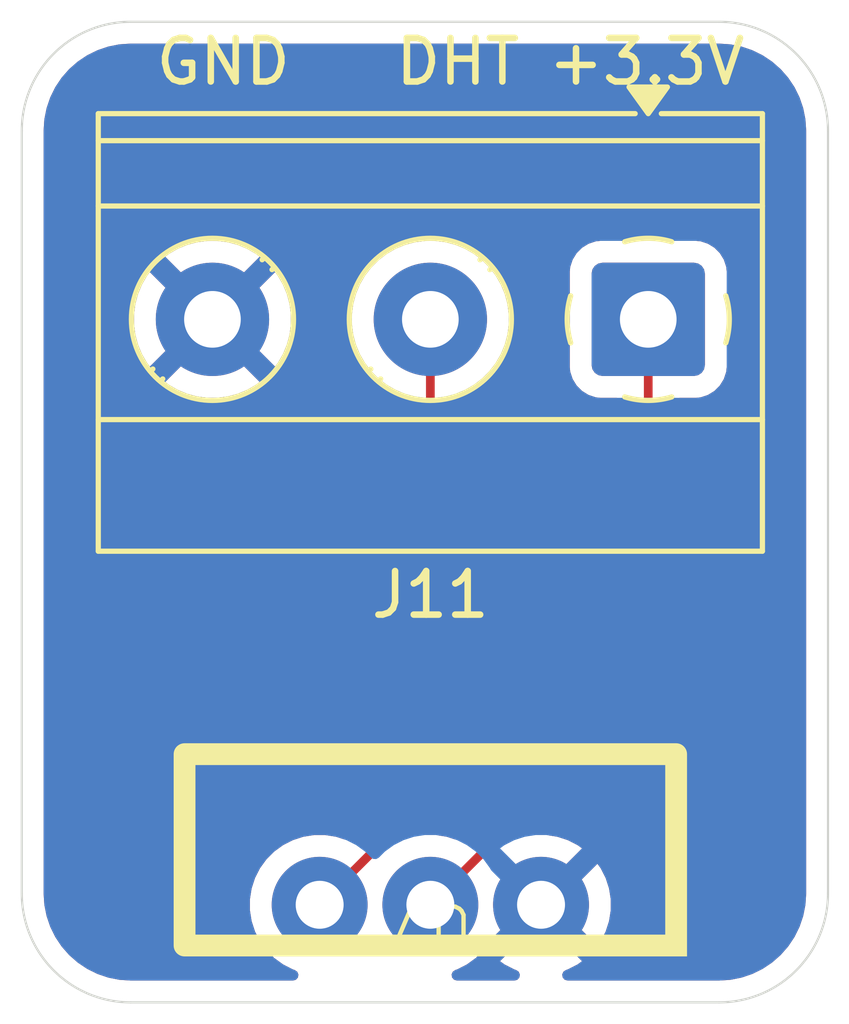
<source format=kicad_pcb>
(kicad_pcb (version 20241229) (generator "pcbnew") (generator_version "9.0")
  (layers (0 "F.Cu" signal) (2 "B.Cu" signal) (13 "F.Paste" user) (15 "B.Paste" user) (5 "F.SilkS" user "F.Silkscreen") (7 "B.SilkS" user "B.Silkscreen") (1 "F.Mask" user) (3 "B.Mask" user) (25 "Edge.Cuts" user))
  (net 0 "")
  (net 1 "GND")
  (net 2 "+3.3V")
  (net 3 "DHT")
  (footprint "Propia:DHT11" (layer "F.Cu") (at 96.375 58.7605 180)
    (property "Reference" "U7" (at 0 -0.5 180) (layer "F.SilkS") (effects (font (thickness 0.1))))
    (property "Value" "DHT11")
    (fp_rect (start -5.64 -0.935) (end 5.64 3.456) (stroke (width 0.5)) (fill no) (layer "F.SilkS"))
    (pad "1" thru_hole circle (at 0 0 180) (size 2.2 2.2) (drill 1.1) (layers "*.Cu" "*.Mask") (net 2 "+3.3V"))
    (pad "2" thru_hole circle (at 2.54 0 180) (size 2.2 2.2) (drill 1.1) (layers "*.Cu" "*.Mask") (net 3 "DHT"))
    (pad "4" thru_hole circle (at -2.54 0 180) (size 2.2 2.2) (drill 1.1) (layers "*.Cu" "*.Mask") (net 1 "GND"))
  )
  (footprint "TerminalBlock_Phoenix:TerminalBlock_Phoenix_MKDS-1,5-3_1x03_P5.00mm_Horizontal" (layer "F.Cu") (at 101.375 45.3275 180)
    (property "Reference" "J11" (at 5 -6.32 0) (layer "F.SilkS"))
    (property "Value" "Screw_Terminal_01x03")
    (fp_line (start 12.62 -5.32) (end 12.62 4.72) (stroke (width 0.12)) (layer "F.SilkS"))
    (fp_line (start 11.411 -1.184) (end 11.367 -1.14) (stroke (width 0.12)) (layer "F.SilkS"))
    (fp_line (start 11.184 -1.411) (end 11.14 -1.367) (stroke (width 0.12)) (layer "F.SilkS"))
    (fp_line (start 8.86 1.367) (end 8.816 1.41) (stroke (width 0.12)) (layer "F.SilkS"))
    (fp_line (start 8.633 1.14) (end 8.589 1.183) (stroke (width 0.12)) (layer "F.SilkS"))
    (fp_line (start 6.411 -1.184) (end 6.367 -1.14) (stroke (width 0.12)) (layer "F.SilkS"))
    (fp_line (start 6.184 -1.411) (end 6.14 -1.367) (stroke (width 0.12)) (layer "F.SilkS"))
    (fp_line (start 3.86 1.367) (end 3.816 1.41) (stroke (width 0.12)) (layer "F.SilkS"))
    (fp_line (start 3.633 1.14) (end 3.589 1.183) (stroke (width 0.12)) (layer "F.SilkS"))
    (fp_line (start 0.3 4.72) (end 12.62 4.72) (stroke (width 0.12)) (layer "F.SilkS"))
    (fp_line (start -2.62 4.72) (end -0.3 4.72) (stroke (width 0.12)) (layer "F.SilkS"))
    (fp_line (start -2.62 4.1) (end 12.62 4.1) (stroke (width 0.12)) (layer "F.SilkS"))
    (fp_line (start -2.62 2.6) (end 12.62 2.6) (stroke (width 0.12)) (layer "F.SilkS"))
    (fp_line (start -2.62 -2.3) (end 12.62 -2.3) (stroke (width 0.12)) (layer "F.SilkS"))
    (fp_line (start -2.62 -5.32) (end 12.62 -5.32) (stroke (width 0.12)) (layer "F.SilkS"))
    (fp_line (start -2.62 -5.32) (end -2.62 4.72) (stroke (width 0.12)) (layer "F.SilkS"))
    (fp_arc (start 1.78 -0.54) (mid 1.860107 -0.000355) (end 1.780206 0.539321) (stroke (width 0.12)) (layer "F.SilkS"))
    (fp_arc (start 0.54 1.78) (mid 0.000355 1.860107) (end -0.539321 1.780206) (stroke (width 0.12)) (layer "F.SilkS"))
    (fp_arc (start -0.54 -1.78) (mid -0.000355 -1.860107) (end 0.539321 -1.780206) (stroke (width 0.12)) (layer "F.SilkS"))
    (fp_arc (start -1.78 0.54) (mid -1.860107 0.000355) (end -1.780206 -0.539321) (stroke (width 0.12)) (layer "F.SilkS"))
    (fp_circle (center 10 0) (end 11.86 0) (stroke (width 0.12)) (fill no) (layer "F.SilkS"))
    (fp_circle (center 5 0) (end 6.86 0) (stroke (width 0.12)) (fill no) (layer "F.SilkS"))
    (fp_poly (pts (xy 0 4.72) (xy 0.44 5.33) (xy -0.44 5.33) (xy 0 4.72)) (stroke (width 0.12)) (fill yes) (layer "F.SilkS"))
    (pad "1" thru_hole roundrect (at 0 0 180) (size 2.6 2.6) (drill 1.3) (layers "*.Cu" "*.Mask") (roundrect_rratio 0.096154) (net 2 "+3.3V"))
    (pad "2" thru_hole circle (at 5 0 180) (size 2.6 2.6) (drill 1.3) (layers "*.Cu" "*.Mask") (net 3 "DHT"))
    (pad "3" thru_hole circle (at 10 0 180) (size 2.6 2.6) (drill 1.3) (layers "*.Cu" "*.Mask") (net 1 "GND"))
  )
  (gr_arc (start 105.5 58.5) (mid 104.767767 60.267767) (end 103 61) (stroke (width 0.05)) (layer "Edge.Cuts"))
  (gr_arc (start 103 38.5) (mid 104.767767 39.232233) (end 105.5 41) (stroke (width 0.05)) (layer "Edge.Cuts"))
  (gr_line (start 87 41) (end 87 58.5) (stroke (width 0.05)) (layer "Edge.Cuts"))
  (gr_line (start 105.5 58.5) (end 105.5 41) (stroke (width 0.05)) (layer "Edge.Cuts"))
  (gr_line (start 103 38.5) (end 89.5 38.5) (stroke (width 0.05)) (layer "Edge.Cuts"))
  (gr_arc (start 87 41) (mid 87.732233 39.232233) (end 89.5 38.5) (stroke (width 0.05)) (layer "Edge.Cuts"))
  (gr_arc (start 89.5 61) (mid 87.732233 60.267767) (end 87 58.5) (stroke (width 0.05)) (layer "Edge.Cuts"))
  (gr_line (start 89.5 61) (end 103 61) (stroke (width 0.05)) (layer "Edge.Cuts"))
  (gr_text "+3.3V" (at 99 40 0) (layer "F.SilkS") (effects (font (size 1 1)) (justify left bottom)))
  (gr_text "GND" (at 90 40 0) (layer "F.SilkS") (effects (font (size 1 1)) (justify left bottom)))
  (gr_text "DHT" (at 95.5 40 0) (layer "F.SilkS") (effects (font (size 1 1)) (justify left bottom)))
  (segment (start 101.375 53.7605) (end 96.375 58.7605) (width 0.2) (layer "F.Cu") (net 2))
  (segment (start 101.375 45.3275) (end 101.375 53.7605) (width 0.2) (layer "F.Cu") (net 2))
  (segment (start 96.375 45.3275) (end 96.375 56.2205) (width 0.2) (layer "F.Cu") (net 3))
  (segment (start 96.375 56.2205) (end 93.835 58.7605) (width 0.2) (layer "F.Cu") (net 3))
  (zone (net 1) (net_name "GND") (layers "F.Cu" "B.Cu") (connect_pads (clearance 0.5)) (min_thickness 0.25) (fill yes (thermal_gap 0.5) (thermal_bridge_width 0.5))
    (polygon (pts (xy 86.5 38) (xy 106 38) (xy 106 61.5) (xy 86.5 61.5)))
  )
)
</source>
